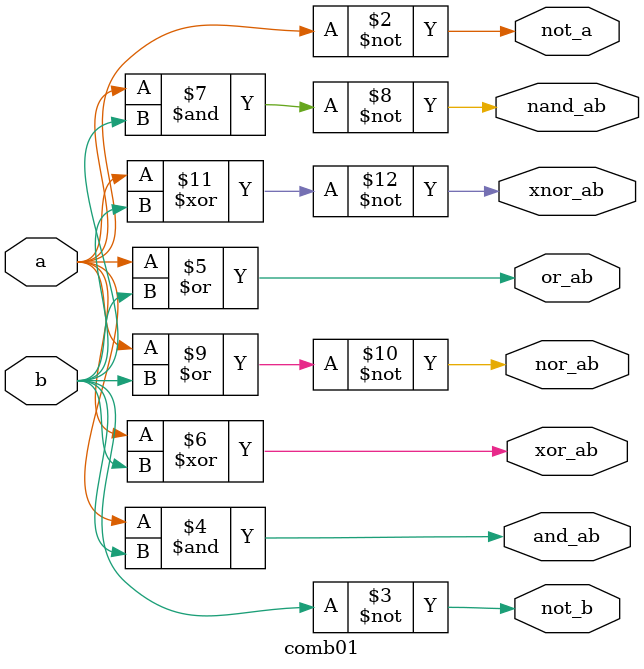
<source format=v>
module comb01(
    input a,
    input b,
    output reg not_a,
    output reg not_b,
    output reg and_ab,
    output reg or_ab,
    output reg xor_ab,
    output reg nand_ab,
    output reg nor_ab,
    output reg xnor_ab
);


always @(*) begin
    not_a = ~a;               
    not_b = ~b;               
    and_ab = a & b;           
    or_ab = a | b;            
    xor_ab = a ^ b;           
    nand_ab = ~(a & b);       
    nor_ab = ~(a | b);        
    xnor_ab = ~(a ^ b);       
end

endmodule

</source>
